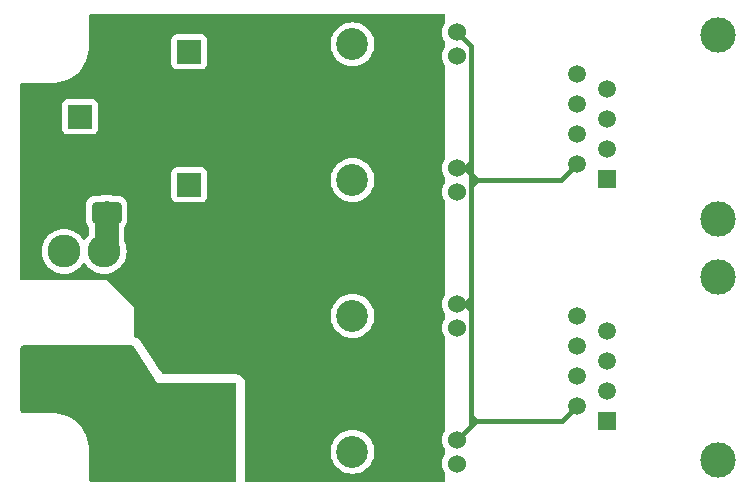
<source format=gbl>
G04 #@! TF.GenerationSoftware,KiCad,Pcbnew,8.0.7-8.0.7-0~ubuntu22.04.1*
G04 #@! TF.CreationDate,2025-02-10T08:50:06+09:00*
G04 #@! TF.ProjectId,CANExpander_1,43414e45-7870-4616-9e64-65725f312e6b,rev?*
G04 #@! TF.SameCoordinates,Original*
G04 #@! TF.FileFunction,Copper,L2,Bot*
G04 #@! TF.FilePolarity,Positive*
%FSLAX46Y46*%
G04 Gerber Fmt 4.6, Leading zero omitted, Abs format (unit mm)*
G04 Created by KiCad (PCBNEW 8.0.7-8.0.7-0~ubuntu22.04.1) date 2025-02-10 08:50:06*
%MOMM*%
%LPD*%
G01*
G04 APERTURE LIST*
G04 Aperture macros list*
%AMRoundRect*
0 Rectangle with rounded corners*
0 $1 Rounding radius*
0 $2 $3 $4 $5 $6 $7 $8 $9 X,Y pos of 4 corners*
0 Add a 4 corners polygon primitive as box body*
4,1,4,$2,$3,$4,$5,$6,$7,$8,$9,$2,$3,0*
0 Add four circle primitives for the rounded corners*
1,1,$1+$1,$2,$3*
1,1,$1+$1,$4,$5*
1,1,$1+$1,$6,$7*
1,1,$1+$1,$8,$9*
0 Add four rect primitives between the rounded corners*
20,1,$1+$1,$2,$3,$4,$5,0*
20,1,$1+$1,$4,$5,$6,$7,0*
20,1,$1+$1,$6,$7,$8,$9,0*
20,1,$1+$1,$8,$9,$2,$3,0*%
G04 Aperture macros list end*
G04 #@! TA.AperFunction,ComponentPad*
%ADD10R,2.000000X2.000000*%
G04 #@! TD*
G04 #@! TA.AperFunction,ComponentPad*
%ADD11C,2.000000*%
G04 #@! TD*
G04 #@! TA.AperFunction,ComponentPad*
%ADD12C,1.524003*%
G04 #@! TD*
G04 #@! TA.AperFunction,ComponentPad*
%ADD13C,2.700000*%
G04 #@! TD*
G04 #@! TA.AperFunction,ComponentPad*
%ADD14RoundRect,1.500000X-1.500000X1.500000X-1.500000X-1.500000X1.500000X-1.500000X1.500000X1.500000X0*%
G04 #@! TD*
G04 #@! TA.AperFunction,ComponentPad*
%ADD15C,6.000000*%
G04 #@! TD*
G04 #@! TA.AperFunction,ComponentPad*
%ADD16R,1.500000X1.500000*%
G04 #@! TD*
G04 #@! TA.AperFunction,ComponentPad*
%ADD17C,1.500000*%
G04 #@! TD*
G04 #@! TA.AperFunction,ComponentPad*
%ADD18C,3.000000*%
G04 #@! TD*
G04 #@! TA.AperFunction,ComponentPad*
%ADD19C,2.780000*%
G04 #@! TD*
G04 #@! TA.AperFunction,SMDPad,CuDef*
%ADD20RoundRect,0.250000X-1.000000X-0.650000X1.000000X-0.650000X1.000000X0.650000X-1.000000X0.650000X0*%
G04 #@! TD*
G04 #@! TA.AperFunction,ViaPad*
%ADD21C,0.600000*%
G04 #@! TD*
G04 #@! TA.AperFunction,Conductor*
%ADD22C,2.000000*%
G04 #@! TD*
G04 #@! TA.AperFunction,Conductor*
%ADD23C,0.400000*%
G04 #@! TD*
G04 APERTURE END LIST*
D10*
X144500000Y-58382323D03*
D11*
X144500000Y-63382323D03*
D12*
X167174994Y-79750000D03*
X167174994Y-81750000D03*
D13*
X163325108Y-80750000D03*
X158325108Y-80750000D03*
D12*
X167174994Y-68250000D03*
X167174994Y-70250000D03*
D13*
X163325108Y-69250000D03*
X158325108Y-69250000D03*
D14*
X144500000Y-82650000D03*
D15*
X144500000Y-89850000D03*
D16*
X179845000Y-69195000D03*
D17*
X177305000Y-67925000D03*
X179845000Y-66655000D03*
X177305000Y-65385000D03*
X179845000Y-64115000D03*
X177305000Y-62845000D03*
X179845000Y-61575000D03*
X177305000Y-60305000D03*
D18*
X189245000Y-72520000D03*
X189245000Y-56980000D03*
D10*
X144500000Y-69632323D03*
D11*
X144500000Y-74632323D03*
D19*
X133900000Y-85210000D03*
X137300000Y-85210000D03*
X133900000Y-75290000D03*
X137300000Y-75290000D03*
D16*
X179845000Y-89640000D03*
D17*
X177305000Y-88370000D03*
X179845000Y-87100000D03*
X177305000Y-85830000D03*
X179845000Y-84560000D03*
X177305000Y-83290000D03*
X179845000Y-82020000D03*
X177305000Y-80750000D03*
D18*
X189245000Y-92965000D03*
X189245000Y-77425000D03*
D10*
X135250000Y-63882323D03*
D11*
X135250000Y-68882323D03*
D12*
X167174994Y-91250000D03*
X167174994Y-93250000D03*
D13*
X163325108Y-92250000D03*
X158325108Y-92250000D03*
D12*
X167174994Y-56750000D03*
X167174994Y-58750000D03*
D13*
X163325108Y-57750000D03*
X158325108Y-57750000D03*
D20*
X137500000Y-72000000D03*
X141500000Y-72000000D03*
D21*
X133200000Y-88650000D03*
X138500000Y-94250000D03*
X135000000Y-83650000D03*
X139500000Y-83750000D03*
X135200000Y-87050000D03*
X143000000Y-86750000D03*
X143000000Y-94250000D03*
X140500000Y-94250000D03*
X138500000Y-91750000D03*
X130500000Y-85850000D03*
X148000000Y-94250000D03*
X133200000Y-87000000D03*
X130500000Y-83650000D03*
X145500000Y-94250000D03*
X140000000Y-86250000D03*
X145800000Y-86750000D03*
X148000000Y-86750000D03*
X135500000Y-89250000D03*
X148000000Y-89250000D03*
X130500000Y-88500000D03*
X140500000Y-91750000D03*
X136500000Y-94250000D03*
X136500000Y-91750000D03*
X148000000Y-91750000D03*
X138000000Y-89250000D03*
X140500000Y-89250000D03*
X137800000Y-86850000D03*
D22*
X137300000Y-75290000D02*
X137500000Y-75090000D01*
X137500000Y-75090000D02*
X137500000Y-72000000D01*
D23*
X167174994Y-68250000D02*
X167836995Y-68250000D01*
X168750000Y-69163005D02*
X168336995Y-68750000D01*
X168336995Y-69250000D02*
X168750000Y-69250000D01*
X177305000Y-88370000D02*
X176025000Y-89650000D01*
X176025000Y-89650000D02*
X168750000Y-89650000D01*
X167174994Y-56750000D02*
X168336995Y-57912001D01*
X167174994Y-79750000D02*
X168336995Y-79750000D01*
X167836995Y-68250000D02*
X168336995Y-68750000D01*
X168336995Y-79250000D02*
X168336995Y-79750000D01*
X168336995Y-89500000D02*
X168336995Y-90087999D01*
X168336995Y-69250000D02*
X168336995Y-69750000D01*
X168750000Y-89613005D02*
X168336995Y-89200000D01*
X168336995Y-67750000D02*
X168336995Y-68250000D01*
X167836995Y-79750000D02*
X168336995Y-80250000D01*
X168750000Y-89650000D02*
X168750000Y-89674994D01*
X168750000Y-89674994D02*
X168750000Y-89613005D01*
X167174994Y-68250000D02*
X168336995Y-68250000D01*
X168750000Y-89650000D02*
X168486995Y-89650000D01*
X168750000Y-69250000D02*
X168750000Y-69336995D01*
X168336995Y-69750000D02*
X168336995Y-79250000D01*
X168336995Y-90087999D02*
X167174994Y-91250000D01*
X168750000Y-69336995D02*
X168336995Y-69750000D01*
X168750000Y-69250000D02*
X168750000Y-69163005D01*
X168336995Y-79750000D02*
X168336995Y-80250000D01*
X168336995Y-68750000D02*
X168336995Y-69250000D01*
X168336995Y-68250000D02*
X168336995Y-68750000D01*
X167836995Y-79750000D02*
X168336995Y-79250000D01*
X167836995Y-68250000D02*
X168336995Y-67750000D01*
X168486995Y-89650000D02*
X168336995Y-89500000D01*
X168750000Y-89674994D02*
X168336995Y-90087999D01*
X167174994Y-79750000D02*
X167836995Y-79750000D01*
X168336995Y-57912001D02*
X168336995Y-67750000D01*
X168336995Y-80250000D02*
X168336995Y-89500000D01*
X168750000Y-69250000D02*
X175980000Y-69250000D01*
X175980000Y-69250000D02*
X177305000Y-67925000D01*
X168336995Y-89412001D02*
X168336995Y-89200000D01*
G04 #@! TA.AperFunction,Conductor*
G36*
X139710249Y-83268954D02*
G01*
X139791031Y-83322930D01*
X139823655Y-83363177D01*
X140967247Y-85120404D01*
X140982620Y-85147628D01*
X141040396Y-85266870D01*
X141206745Y-85518095D01*
X141270629Y-85591146D01*
X141291883Y-85619236D01*
X141800000Y-86400000D01*
X142898159Y-86400000D01*
X142912712Y-86400425D01*
X142913979Y-86400500D01*
X146086020Y-86400499D01*
X146087270Y-86400425D01*
X146101822Y-86400000D01*
X148251000Y-86400000D01*
X148346288Y-86418954D01*
X148427070Y-86472930D01*
X148481046Y-86553712D01*
X148500000Y-86649000D01*
X148500000Y-94550500D01*
X148481046Y-94645788D01*
X148427070Y-94726570D01*
X148346288Y-94780546D01*
X148251000Y-94799500D01*
X136249000Y-94799500D01*
X136153712Y-94780546D01*
X136072930Y-94726570D01*
X136018954Y-94645788D01*
X136000000Y-94550500D01*
X136000000Y-92184389D01*
X136000392Y-92170419D01*
X136000500Y-92168497D01*
X136000500Y-91831497D01*
X136000391Y-91829556D01*
X136000000Y-91815602D01*
X136000000Y-91784471D01*
X135991701Y-91753416D01*
X135962767Y-91496606D01*
X135962765Y-91496596D01*
X135887779Y-91168056D01*
X135887777Y-91168052D01*
X135887776Y-91168046D01*
X135776469Y-90849949D01*
X135630246Y-90546314D01*
X135450946Y-90260961D01*
X135240825Y-89997477D01*
X135002523Y-89759175D01*
X134739039Y-89549054D01*
X134739040Y-89549054D01*
X134739038Y-89549053D01*
X134453696Y-89369760D01*
X134453692Y-89369758D01*
X134453686Y-89369754D01*
X134453676Y-89369749D01*
X134453672Y-89369747D01*
X134150045Y-89223528D01*
X133929729Y-89146437D01*
X133831954Y-89112224D01*
X133831950Y-89112223D01*
X133831943Y-89112220D01*
X133503397Y-89037233D01*
X133168516Y-88999500D01*
X133168504Y-88999500D01*
X132831496Y-88999500D01*
X132831491Y-88999500D01*
X132829559Y-88999609D01*
X132815603Y-89000000D01*
X130449500Y-89000000D01*
X130354212Y-88981046D01*
X130273430Y-88927070D01*
X130219454Y-88846288D01*
X130200500Y-88751000D01*
X130200500Y-83499000D01*
X130219454Y-83403712D01*
X130273430Y-83322930D01*
X130354212Y-83268954D01*
X130449500Y-83250000D01*
X139614961Y-83250000D01*
X139710249Y-83268954D01*
G37*
G04 #@! TD.AperFunction*
G04 #@! TA.AperFunction,Conductor*
G36*
X166143039Y-55220185D02*
G01*
X166188794Y-55272989D01*
X166200000Y-55324500D01*
X166200000Y-55902234D01*
X166180315Y-55969273D01*
X166177575Y-55973357D01*
X166077461Y-56116333D01*
X166077459Y-56116337D01*
X165984100Y-56316546D01*
X165926923Y-56529929D01*
X165926922Y-56529936D01*
X165907670Y-56749997D01*
X165907670Y-56750002D01*
X165926922Y-56970063D01*
X165926923Y-56970070D01*
X165941582Y-57024777D01*
X165980632Y-57170513D01*
X165984100Y-57183453D01*
X166026714Y-57274839D01*
X166077459Y-57383662D01*
X166177576Y-57526644D01*
X166199902Y-57592847D01*
X166200000Y-57597765D01*
X166200000Y-57902234D01*
X166180315Y-57969273D01*
X166177575Y-57973357D01*
X166077461Y-58116333D01*
X166077459Y-58116337D01*
X165984100Y-58316546D01*
X165926923Y-58529929D01*
X165926922Y-58529936D01*
X165907670Y-58749997D01*
X165907670Y-58750002D01*
X165914839Y-58831953D01*
X165926923Y-58970069D01*
X165984099Y-59183450D01*
X166077459Y-59383662D01*
X166177576Y-59526644D01*
X166199902Y-59592847D01*
X166200000Y-59597765D01*
X166200000Y-67402234D01*
X166180315Y-67469273D01*
X166177575Y-67473357D01*
X166077461Y-67616333D01*
X166077459Y-67616337D01*
X165984100Y-67816546D01*
X165926923Y-68029929D01*
X165926922Y-68029936D01*
X165907670Y-68249997D01*
X165907670Y-68250002D01*
X165926922Y-68470063D01*
X165926923Y-68470070D01*
X165984100Y-68683453D01*
X166027143Y-68775760D01*
X166077459Y-68883662D01*
X166177576Y-69026644D01*
X166199902Y-69092847D01*
X166200000Y-69097765D01*
X166200000Y-69402234D01*
X166180315Y-69469273D01*
X166177575Y-69473357D01*
X166077461Y-69616333D01*
X166077459Y-69616337D01*
X165984100Y-69816546D01*
X165926923Y-70029929D01*
X165926922Y-70029936D01*
X165907670Y-70249997D01*
X165907670Y-70250002D01*
X165907933Y-70253013D01*
X165926923Y-70470069D01*
X165979205Y-70665187D01*
X165984100Y-70683453D01*
X166027143Y-70775760D01*
X166077459Y-70883662D01*
X166177576Y-71026644D01*
X166199902Y-71092847D01*
X166200000Y-71097765D01*
X166200000Y-78902234D01*
X166180315Y-78969273D01*
X166177575Y-78973357D01*
X166077461Y-79116333D01*
X166077459Y-79116337D01*
X165984100Y-79316546D01*
X165926923Y-79529929D01*
X165926922Y-79529936D01*
X165907670Y-79749997D01*
X165907670Y-79750002D01*
X165926922Y-79970063D01*
X165926923Y-79970070D01*
X165984100Y-80183453D01*
X166027143Y-80275760D01*
X166077459Y-80383662D01*
X166177576Y-80526644D01*
X166199902Y-80592847D01*
X166200000Y-80597765D01*
X166200000Y-80902234D01*
X166180315Y-80969273D01*
X166177575Y-80973357D01*
X166077461Y-81116333D01*
X166077459Y-81116337D01*
X165984100Y-81316546D01*
X165926923Y-81529929D01*
X165926922Y-81529936D01*
X165907670Y-81749997D01*
X165907670Y-81750002D01*
X165907933Y-81753013D01*
X165926923Y-81970069D01*
X165984099Y-82183450D01*
X166077459Y-82383662D01*
X166177576Y-82526644D01*
X166199902Y-82592847D01*
X166200000Y-82597765D01*
X166200000Y-90402234D01*
X166180315Y-90469273D01*
X166177575Y-90473357D01*
X166077461Y-90616333D01*
X166077459Y-90616337D01*
X165984100Y-90816546D01*
X165926923Y-91029929D01*
X165926922Y-91029936D01*
X165907670Y-91249997D01*
X165907670Y-91250002D01*
X165926922Y-91470063D01*
X165926923Y-91470070D01*
X165984100Y-91683453D01*
X166027143Y-91775760D01*
X166077459Y-91883662D01*
X166177576Y-92026644D01*
X166199902Y-92092847D01*
X166200000Y-92097765D01*
X166200000Y-92402234D01*
X166180315Y-92469273D01*
X166177575Y-92473357D01*
X166077461Y-92616333D01*
X166077459Y-92616337D01*
X165984100Y-92816546D01*
X165926923Y-93029929D01*
X165926922Y-93029936D01*
X165907670Y-93249997D01*
X165907670Y-93250002D01*
X165907933Y-93253013D01*
X165926923Y-93470069D01*
X165984099Y-93683450D01*
X166077459Y-93883662D01*
X166177576Y-94026644D01*
X166199902Y-94092847D01*
X166200000Y-94097765D01*
X166200000Y-94675500D01*
X166180315Y-94742539D01*
X166127511Y-94788294D01*
X166076000Y-94799500D01*
X149367789Y-94799500D01*
X149300750Y-94779815D01*
X149254995Y-94727011D01*
X149244386Y-94663347D01*
X149255500Y-94550497D01*
X149255500Y-92249998D01*
X156469881Y-92249998D01*
X156469881Y-92250001D01*
X156488765Y-92514027D01*
X156488766Y-92514034D01*
X156545029Y-92772673D01*
X156637534Y-93020690D01*
X156637536Y-93020694D01*
X156764388Y-93253005D01*
X156764393Y-93253013D01*
X156923014Y-93464907D01*
X156923030Y-93464925D01*
X157110182Y-93652077D01*
X157110200Y-93652093D01*
X157322094Y-93810714D01*
X157322102Y-93810719D01*
X157554413Y-93937571D01*
X157554417Y-93937573D01*
X157554419Y-93937574D01*
X157802430Y-94030077D01*
X157802433Y-94030077D01*
X157802434Y-94030078D01*
X157961222Y-94064620D01*
X158061082Y-94086343D01*
X158304768Y-94103772D01*
X158325107Y-94105227D01*
X158325108Y-94105227D01*
X158325109Y-94105227D01*
X158343993Y-94103876D01*
X158589134Y-94086343D01*
X158847786Y-94030077D01*
X159095797Y-93937574D01*
X159328119Y-93810716D01*
X159540023Y-93652087D01*
X159727195Y-93464915D01*
X159885824Y-93253011D01*
X160012682Y-93020689D01*
X160105185Y-92772678D01*
X160161451Y-92514026D01*
X160180335Y-92250000D01*
X160161451Y-91985974D01*
X160105185Y-91727322D01*
X160012682Y-91479311D01*
X160007635Y-91470069D01*
X159885827Y-91246994D01*
X159885822Y-91246986D01*
X159727201Y-91035092D01*
X159727185Y-91035074D01*
X159540033Y-90847922D01*
X159540015Y-90847906D01*
X159328121Y-90689285D01*
X159328113Y-90689280D01*
X159095802Y-90562428D01*
X159095798Y-90562426D01*
X158847781Y-90469921D01*
X158589142Y-90413658D01*
X158589135Y-90413657D01*
X158325109Y-90394773D01*
X158325107Y-90394773D01*
X158061080Y-90413657D01*
X158061073Y-90413658D01*
X157802434Y-90469921D01*
X157554417Y-90562426D01*
X157554413Y-90562428D01*
X157322102Y-90689280D01*
X157322094Y-90689285D01*
X157110200Y-90847906D01*
X157110182Y-90847922D01*
X156923030Y-91035074D01*
X156923014Y-91035092D01*
X156764393Y-91246986D01*
X156764388Y-91246994D01*
X156637536Y-91479305D01*
X156637534Y-91479309D01*
X156545029Y-91727326D01*
X156488766Y-91985965D01*
X156488765Y-91985972D01*
X156469881Y-92249998D01*
X149255500Y-92249998D01*
X149255500Y-86649003D01*
X149240984Y-86501618D01*
X149240983Y-86501616D01*
X149240983Y-86501609D01*
X149222029Y-86406321D01*
X149189088Y-86290165D01*
X149109224Y-86133983D01*
X149055248Y-86053201D01*
X149055245Y-86053198D01*
X149055243Y-86053194D01*
X149055237Y-86053186D01*
X148980359Y-85958488D01*
X148980356Y-85958485D01*
X148980353Y-85958481D01*
X148846799Y-85844752D01*
X148846798Y-85844751D01*
X148766023Y-85790779D01*
X148660585Y-85731933D01*
X148493681Y-85677971D01*
X148398393Y-85659017D01*
X148398381Y-85659015D01*
X148284226Y-85647772D01*
X148251000Y-85644500D01*
X146101822Y-85644500D01*
X146098740Y-85644544D01*
X146079768Y-85644821D01*
X146076092Y-85644929D01*
X146075515Y-85644946D01*
X146071896Y-85644999D01*
X142928117Y-85644999D01*
X142924517Y-85644947D01*
X142920208Y-85644821D01*
X142901895Y-85644554D01*
X142898159Y-85644500D01*
X142898146Y-85644500D01*
X142276974Y-85644500D01*
X142209935Y-85624815D01*
X142173045Y-85588137D01*
X141925091Y-85207135D01*
X141894361Y-85163384D01*
X141873109Y-85135297D01*
X141873104Y-85135290D01*
X141839338Y-85093803D01*
X141839334Y-85093798D01*
X141814211Y-85065070D01*
X141804164Y-85051900D01*
X141702821Y-84898849D01*
X141694622Y-84884465D01*
X141662515Y-84818200D01*
X141640480Y-84776144D01*
X141625107Y-84748920D01*
X141622075Y-84743925D01*
X141600463Y-84708314D01*
X140456871Y-82951088D01*
X140449454Y-82940895D01*
X140410556Y-82887438D01*
X140377932Y-82847191D01*
X140377925Y-82847183D01*
X140377917Y-82847173D01*
X140344322Y-82808490D01*
X140344320Y-82808488D01*
X140344314Y-82808481D01*
X140210760Y-82694752D01*
X140210759Y-82694751D01*
X140129984Y-82640779D01*
X140052913Y-82597765D01*
X140024550Y-82581935D01*
X140024549Y-82581934D01*
X140024546Y-82581933D01*
X139885854Y-82537093D01*
X139828121Y-82497739D01*
X139800829Y-82433420D01*
X139800000Y-82419106D01*
X139800000Y-80749998D01*
X156469881Y-80749998D01*
X156469881Y-80750001D01*
X156488765Y-81014027D01*
X156488766Y-81014034D01*
X156545029Y-81272673D01*
X156637534Y-81520690D01*
X156637536Y-81520694D01*
X156764388Y-81753005D01*
X156764393Y-81753013D01*
X156923014Y-81964907D01*
X156923030Y-81964925D01*
X157110182Y-82152077D01*
X157110200Y-82152093D01*
X157322094Y-82310714D01*
X157322102Y-82310719D01*
X157554413Y-82437571D01*
X157554417Y-82437573D01*
X157554419Y-82437574D01*
X157802430Y-82530077D01*
X157802433Y-82530077D01*
X157802434Y-82530078D01*
X157834682Y-82537093D01*
X158061082Y-82586343D01*
X158304768Y-82603772D01*
X158325107Y-82605227D01*
X158325108Y-82605227D01*
X158325109Y-82605227D01*
X158343993Y-82603876D01*
X158589134Y-82586343D01*
X158847786Y-82530077D01*
X159095797Y-82437574D01*
X159328119Y-82310716D01*
X159540023Y-82152087D01*
X159727195Y-81964915D01*
X159885824Y-81753011D01*
X160012682Y-81520689D01*
X160105185Y-81272678D01*
X160161451Y-81014026D01*
X160180335Y-80750000D01*
X160161451Y-80485974D01*
X160105185Y-80227322D01*
X160012682Y-79979311D01*
X160007635Y-79970069D01*
X159885827Y-79746994D01*
X159885822Y-79746986D01*
X159727201Y-79535092D01*
X159727185Y-79535074D01*
X159540033Y-79347922D01*
X159540015Y-79347906D01*
X159328121Y-79189285D01*
X159328113Y-79189280D01*
X159095802Y-79062428D01*
X159095798Y-79062426D01*
X158847781Y-78969921D01*
X158589142Y-78913658D01*
X158589135Y-78913657D01*
X158325109Y-78894773D01*
X158325107Y-78894773D01*
X158061080Y-78913657D01*
X158061073Y-78913658D01*
X157802434Y-78969921D01*
X157554417Y-79062426D01*
X157554413Y-79062428D01*
X157322102Y-79189280D01*
X157322094Y-79189285D01*
X157110200Y-79347906D01*
X157110182Y-79347922D01*
X156923030Y-79535074D01*
X156923014Y-79535092D01*
X156764393Y-79746986D01*
X156764388Y-79746994D01*
X156637536Y-79979305D01*
X156637534Y-79979309D01*
X156545029Y-80227326D01*
X156488766Y-80485965D01*
X156488765Y-80485972D01*
X156469881Y-80749998D01*
X139800000Y-80749998D01*
X139800000Y-79999999D01*
X137500001Y-77750000D01*
X137500000Y-77750000D01*
X130324500Y-77750000D01*
X130257461Y-77730315D01*
X130211706Y-77677511D01*
X130200500Y-77626000D01*
X130200500Y-75289998D01*
X132004671Y-75289998D01*
X132004671Y-75290001D01*
X132023963Y-75559733D01*
X132023964Y-75559740D01*
X132081443Y-75823971D01*
X132175948Y-76077349D01*
X132175950Y-76077353D01*
X132305544Y-76314686D01*
X132305549Y-76314694D01*
X132467599Y-76531169D01*
X132467615Y-76531187D01*
X132658812Y-76722384D01*
X132658830Y-76722400D01*
X132875305Y-76884450D01*
X132875313Y-76884455D01*
X133112646Y-77014049D01*
X133112650Y-77014051D01*
X133112652Y-77014052D01*
X133366024Y-77108555D01*
X133366027Y-77108555D01*
X133366028Y-77108556D01*
X133454105Y-77127715D01*
X133630267Y-77166037D01*
X133880707Y-77183949D01*
X133899999Y-77185329D01*
X133900000Y-77185329D01*
X133900001Y-77185329D01*
X133918005Y-77184041D01*
X134169733Y-77166037D01*
X134433976Y-77108555D01*
X134687348Y-77014052D01*
X134924692Y-76884452D01*
X135141177Y-76722394D01*
X135332394Y-76531177D01*
X135494452Y-76314692D01*
X135494456Y-76314683D01*
X135495683Y-76312776D01*
X135496262Y-76312273D01*
X135497106Y-76311147D01*
X135497351Y-76311330D01*
X135548486Y-76267020D01*
X135617644Y-76257075D01*
X135681201Y-76286098D01*
X135704317Y-76312776D01*
X135705551Y-76314697D01*
X135867599Y-76531169D01*
X135867615Y-76531187D01*
X136058812Y-76722384D01*
X136058830Y-76722400D01*
X136275305Y-76884450D01*
X136275313Y-76884455D01*
X136512646Y-77014049D01*
X136512650Y-77014051D01*
X136512652Y-77014052D01*
X136766024Y-77108555D01*
X136766027Y-77108555D01*
X136766028Y-77108556D01*
X136854105Y-77127715D01*
X137030267Y-77166037D01*
X137280707Y-77183949D01*
X137299999Y-77185329D01*
X137300000Y-77185329D01*
X137300001Y-77185329D01*
X137318005Y-77184041D01*
X137569733Y-77166037D01*
X137833976Y-77108555D01*
X138087348Y-77014052D01*
X138324692Y-76884452D01*
X138541177Y-76722394D01*
X138732394Y-76531177D01*
X138894452Y-76314692D01*
X139024052Y-76077348D01*
X139118555Y-75823976D01*
X139176037Y-75559733D01*
X139195329Y-75290000D01*
X139176037Y-75020267D01*
X139118555Y-74756024D01*
X139024052Y-74502652D01*
X139015667Y-74487295D01*
X139000500Y-74427870D01*
X139000500Y-73262230D01*
X139020185Y-73195191D01*
X139036819Y-73174549D01*
X139092712Y-73118656D01*
X139184814Y-72969334D01*
X139239999Y-72802797D01*
X139250500Y-72700009D01*
X139250499Y-71299992D01*
X139239999Y-71197203D01*
X139184814Y-71030666D01*
X139092712Y-70881344D01*
X138968656Y-70757288D01*
X138848945Y-70683450D01*
X138819336Y-70665187D01*
X138819331Y-70665185D01*
X138779822Y-70652093D01*
X138652797Y-70610001D01*
X138652795Y-70610000D01*
X138550016Y-70599500D01*
X138550009Y-70599500D01*
X138065065Y-70599500D01*
X138026747Y-70593431D01*
X137851370Y-70536447D01*
X137618097Y-70499500D01*
X137618092Y-70499500D01*
X137381908Y-70499500D01*
X137381903Y-70499500D01*
X137148630Y-70536447D01*
X136973251Y-70593431D01*
X136934933Y-70599500D01*
X136449998Y-70599500D01*
X136449980Y-70599501D01*
X136347203Y-70610000D01*
X136347200Y-70610001D01*
X136180668Y-70665185D01*
X136180663Y-70665187D01*
X136031342Y-70757289D01*
X135907289Y-70881342D01*
X135815187Y-71030663D01*
X135815185Y-71030668D01*
X135790479Y-71105227D01*
X135760001Y-71197203D01*
X135760001Y-71197204D01*
X135760000Y-71197204D01*
X135749500Y-71299983D01*
X135749500Y-72700001D01*
X135749501Y-72700018D01*
X135760000Y-72802796D01*
X135760001Y-72802799D01*
X135815185Y-72969331D01*
X135815187Y-72969336D01*
X135907289Y-73118657D01*
X135963181Y-73174549D01*
X135996666Y-73235872D01*
X135999500Y-73262230D01*
X135999500Y-73865566D01*
X135979815Y-73932605D01*
X135963181Y-73953247D01*
X135867615Y-74048812D01*
X135867599Y-74048830D01*
X135705554Y-74265299D01*
X135704312Y-74267232D01*
X135703729Y-74267736D01*
X135702894Y-74268853D01*
X135702650Y-74268671D01*
X135651505Y-74312983D01*
X135582346Y-74322923D01*
X135518792Y-74293894D01*
X135495688Y-74267232D01*
X135494458Y-74265320D01*
X135494452Y-74265308D01*
X135452814Y-74209686D01*
X135332400Y-74048830D01*
X135332384Y-74048812D01*
X135141187Y-73857615D01*
X135141169Y-73857599D01*
X134924694Y-73695549D01*
X134924686Y-73695544D01*
X134687353Y-73565950D01*
X134687349Y-73565948D01*
X134433971Y-73471443D01*
X134169740Y-73413964D01*
X134169733Y-73413963D01*
X133900001Y-73394671D01*
X133899999Y-73394671D01*
X133630266Y-73413963D01*
X133630259Y-73413964D01*
X133366028Y-73471443D01*
X133112650Y-73565948D01*
X133112646Y-73565950D01*
X132875313Y-73695544D01*
X132875305Y-73695549D01*
X132658830Y-73857599D01*
X132658812Y-73857615D01*
X132467615Y-74048812D01*
X132467599Y-74048830D01*
X132305549Y-74265305D01*
X132305544Y-74265313D01*
X132175950Y-74502646D01*
X132175948Y-74502650D01*
X132081443Y-74756028D01*
X132023964Y-75020259D01*
X132023963Y-75020266D01*
X132004671Y-75289998D01*
X130200500Y-75289998D01*
X130200500Y-68584458D01*
X142999500Y-68584458D01*
X142999500Y-70680193D01*
X142999501Y-70680199D01*
X143005908Y-70739806D01*
X143056202Y-70874651D01*
X143056206Y-70874658D01*
X143142452Y-70989867D01*
X143142455Y-70989870D01*
X143257664Y-71076116D01*
X143257671Y-71076120D01*
X143392517Y-71126414D01*
X143392516Y-71126414D01*
X143399444Y-71127158D01*
X143452127Y-71132823D01*
X145547872Y-71132822D01*
X145607483Y-71126414D01*
X145742331Y-71076119D01*
X145857546Y-70989869D01*
X145943796Y-70874654D01*
X145994091Y-70739806D01*
X146000500Y-70680196D01*
X146000499Y-69249998D01*
X156469881Y-69249998D01*
X156469881Y-69250001D01*
X156488765Y-69514027D01*
X156488766Y-69514034D01*
X156545029Y-69772673D01*
X156637534Y-70020690D01*
X156637536Y-70020694D01*
X156764388Y-70253005D01*
X156764393Y-70253013D01*
X156923014Y-70464907D01*
X156923030Y-70464925D01*
X157110182Y-70652077D01*
X157110200Y-70652093D01*
X157322094Y-70810714D01*
X157322102Y-70810719D01*
X157554413Y-70937571D01*
X157554417Y-70937573D01*
X157554419Y-70937574D01*
X157802430Y-71030077D01*
X157802433Y-71030077D01*
X157802434Y-71030078D01*
X157961222Y-71064620D01*
X158061082Y-71086343D01*
X158304768Y-71103772D01*
X158325107Y-71105227D01*
X158325108Y-71105227D01*
X158325109Y-71105227D01*
X158343993Y-71103876D01*
X158589134Y-71086343D01*
X158847786Y-71030077D01*
X159095797Y-70937574D01*
X159328119Y-70810716D01*
X159540023Y-70652087D01*
X159727195Y-70464915D01*
X159885824Y-70253011D01*
X160012682Y-70020689D01*
X160105185Y-69772678D01*
X160161451Y-69514026D01*
X160180335Y-69250000D01*
X160161451Y-68985974D01*
X160105185Y-68727322D01*
X160012682Y-68479311D01*
X160007635Y-68470069D01*
X159885827Y-68246994D01*
X159885822Y-68246986D01*
X159727201Y-68035092D01*
X159727185Y-68035074D01*
X159540033Y-67847922D01*
X159540015Y-67847906D01*
X159328121Y-67689285D01*
X159328113Y-67689280D01*
X159095802Y-67562428D01*
X159095798Y-67562426D01*
X158847781Y-67469921D01*
X158589142Y-67413658D01*
X158589135Y-67413657D01*
X158325109Y-67394773D01*
X158325107Y-67394773D01*
X158061080Y-67413657D01*
X158061073Y-67413658D01*
X157802434Y-67469921D01*
X157554417Y-67562426D01*
X157554413Y-67562428D01*
X157322102Y-67689280D01*
X157322094Y-67689285D01*
X157110200Y-67847906D01*
X157110182Y-67847922D01*
X156923030Y-68035074D01*
X156923014Y-68035092D01*
X156764393Y-68246986D01*
X156764388Y-68246994D01*
X156637536Y-68479305D01*
X156637534Y-68479309D01*
X156545029Y-68727326D01*
X156488766Y-68985965D01*
X156488765Y-68985972D01*
X156469881Y-69249998D01*
X146000499Y-69249998D01*
X146000499Y-68584451D01*
X145994091Y-68524840D01*
X145943796Y-68389992D01*
X145943795Y-68389991D01*
X145943793Y-68389987D01*
X145857547Y-68274778D01*
X145857544Y-68274775D01*
X145742335Y-68188529D01*
X145742328Y-68188525D01*
X145607482Y-68138231D01*
X145607483Y-68138231D01*
X145547883Y-68131824D01*
X145547881Y-68131823D01*
X145547873Y-68131823D01*
X145547864Y-68131823D01*
X143452129Y-68131823D01*
X143452123Y-68131824D01*
X143392516Y-68138231D01*
X143257671Y-68188525D01*
X143257664Y-68188529D01*
X143142455Y-68274775D01*
X143142452Y-68274778D01*
X143056206Y-68389987D01*
X143056202Y-68389994D01*
X143005908Y-68524840D01*
X142999784Y-68581811D01*
X142999501Y-68584446D01*
X142999500Y-68584458D01*
X130200500Y-68584458D01*
X130200500Y-62834458D01*
X133749500Y-62834458D01*
X133749500Y-64930193D01*
X133749501Y-64930199D01*
X133755908Y-64989806D01*
X133806202Y-65124651D01*
X133806206Y-65124658D01*
X133892452Y-65239867D01*
X133892455Y-65239870D01*
X134007664Y-65326116D01*
X134007671Y-65326120D01*
X134142517Y-65376414D01*
X134142516Y-65376414D01*
X134149444Y-65377158D01*
X134202127Y-65382823D01*
X136297872Y-65382822D01*
X136357483Y-65376414D01*
X136492331Y-65326119D01*
X136607546Y-65239869D01*
X136693796Y-65124654D01*
X136744091Y-64989806D01*
X136750500Y-64930196D01*
X136750499Y-62834451D01*
X136744091Y-62774840D01*
X136693796Y-62639992D01*
X136693795Y-62639991D01*
X136693793Y-62639987D01*
X136607547Y-62524778D01*
X136607544Y-62524775D01*
X136492335Y-62438529D01*
X136492328Y-62438525D01*
X136357482Y-62388231D01*
X136357483Y-62388231D01*
X136297883Y-62381824D01*
X136297881Y-62381823D01*
X136297873Y-62381823D01*
X136297864Y-62381823D01*
X134202129Y-62381823D01*
X134202123Y-62381824D01*
X134142516Y-62388231D01*
X134007671Y-62438525D01*
X134007664Y-62438529D01*
X133892455Y-62524775D01*
X133892452Y-62524778D01*
X133806206Y-62639987D01*
X133806202Y-62639994D01*
X133755908Y-62774840D01*
X133749501Y-62834439D01*
X133749501Y-62834446D01*
X133749500Y-62834458D01*
X130200500Y-62834458D01*
X130200500Y-61124000D01*
X130220185Y-61056961D01*
X130272989Y-61011206D01*
X130324500Y-61000000D01*
X132820095Y-61000000D01*
X132828014Y-61000444D01*
X132828022Y-61000305D01*
X132831495Y-61000500D01*
X132831496Y-61000500D01*
X133168507Y-61000500D01*
X133168507Y-61000499D01*
X133503394Y-60962767D01*
X133831954Y-60887776D01*
X134150051Y-60776469D01*
X134453686Y-60630246D01*
X134739039Y-60450946D01*
X135002523Y-60240825D01*
X135240825Y-60002523D01*
X135450946Y-59739039D01*
X135630246Y-59453686D01*
X135776469Y-59150051D01*
X135887776Y-58831954D01*
X135962767Y-58503394D01*
X136000500Y-58168504D01*
X136000500Y-57831496D01*
X136000500Y-57831495D01*
X136000305Y-57828022D01*
X136000444Y-57828014D01*
X136000000Y-57820095D01*
X136000000Y-57334458D01*
X142999500Y-57334458D01*
X142999500Y-59430193D01*
X142999501Y-59430199D01*
X143005908Y-59489806D01*
X143056202Y-59624651D01*
X143056206Y-59624658D01*
X143142452Y-59739867D01*
X143142455Y-59739870D01*
X143257664Y-59826116D01*
X143257671Y-59826120D01*
X143392517Y-59876414D01*
X143392516Y-59876414D01*
X143399444Y-59877158D01*
X143452127Y-59882823D01*
X145547872Y-59882822D01*
X145607483Y-59876414D01*
X145742331Y-59826119D01*
X145857546Y-59739869D01*
X145943796Y-59624654D01*
X145994091Y-59489806D01*
X146000500Y-59430196D01*
X146000499Y-57749998D01*
X156469881Y-57749998D01*
X156469881Y-57750001D01*
X156488765Y-58014027D01*
X156488766Y-58014034D01*
X156545029Y-58272673D01*
X156637534Y-58520690D01*
X156637536Y-58520694D01*
X156764388Y-58753005D01*
X156764393Y-58753013D01*
X156923014Y-58964907D01*
X156923030Y-58964925D01*
X157110182Y-59152077D01*
X157110200Y-59152093D01*
X157322094Y-59310714D01*
X157322102Y-59310719D01*
X157554413Y-59437571D01*
X157554417Y-59437573D01*
X157554419Y-59437574D01*
X157802430Y-59530077D01*
X157802433Y-59530077D01*
X157802434Y-59530078D01*
X157961222Y-59564620D01*
X158061082Y-59586343D01*
X158304768Y-59603772D01*
X158325107Y-59605227D01*
X158325108Y-59605227D01*
X158325109Y-59605227D01*
X158343993Y-59603876D01*
X158589134Y-59586343D01*
X158847786Y-59530077D01*
X159095797Y-59437574D01*
X159328119Y-59310716D01*
X159540023Y-59152087D01*
X159727195Y-58964915D01*
X159885824Y-58753011D01*
X160012682Y-58520689D01*
X160105185Y-58272678D01*
X160161451Y-58014026D01*
X160180335Y-57750000D01*
X160161451Y-57485974D01*
X160105185Y-57227322D01*
X160012682Y-56979311D01*
X160007635Y-56970069D01*
X159885827Y-56746994D01*
X159885822Y-56746986D01*
X159727201Y-56535092D01*
X159727185Y-56535074D01*
X159540033Y-56347922D01*
X159540015Y-56347906D01*
X159328121Y-56189285D01*
X159328113Y-56189280D01*
X159095802Y-56062428D01*
X159095798Y-56062426D01*
X158847781Y-55969921D01*
X158589142Y-55913658D01*
X158589135Y-55913657D01*
X158325109Y-55894773D01*
X158325107Y-55894773D01*
X158061080Y-55913657D01*
X158061073Y-55913658D01*
X157802434Y-55969921D01*
X157554417Y-56062426D01*
X157554413Y-56062428D01*
X157322102Y-56189280D01*
X157322094Y-56189285D01*
X157110200Y-56347906D01*
X157110182Y-56347922D01*
X156923030Y-56535074D01*
X156923014Y-56535092D01*
X156764393Y-56746986D01*
X156764388Y-56746994D01*
X156637536Y-56979305D01*
X156637534Y-56979309D01*
X156545029Y-57227326D01*
X156488766Y-57485965D01*
X156488765Y-57485972D01*
X156469881Y-57749998D01*
X146000499Y-57749998D01*
X146000499Y-57334451D01*
X145994091Y-57274840D01*
X145976369Y-57227326D01*
X145943797Y-57139994D01*
X145943793Y-57139987D01*
X145857547Y-57024778D01*
X145857544Y-57024775D01*
X145742335Y-56938529D01*
X145742328Y-56938525D01*
X145607482Y-56888231D01*
X145607483Y-56888231D01*
X145547883Y-56881824D01*
X145547881Y-56881823D01*
X145547873Y-56881823D01*
X145547864Y-56881823D01*
X143452129Y-56881823D01*
X143452123Y-56881824D01*
X143392516Y-56888231D01*
X143257671Y-56938525D01*
X143257664Y-56938529D01*
X143142455Y-57024775D01*
X143142452Y-57024778D01*
X143056206Y-57139987D01*
X143056202Y-57139994D01*
X143005908Y-57274840D01*
X142999501Y-57334439D01*
X142999501Y-57334446D01*
X142999500Y-57334458D01*
X136000000Y-57334458D01*
X136000000Y-55324500D01*
X136019685Y-55257461D01*
X136072489Y-55211706D01*
X136124000Y-55200500D01*
X166076000Y-55200500D01*
X166143039Y-55220185D01*
G37*
G04 #@! TD.AperFunction*
M02*

</source>
